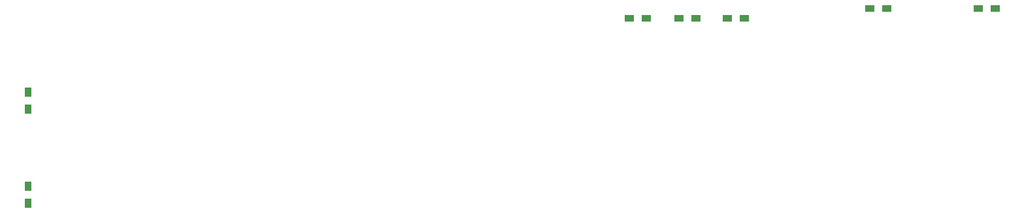
<source format=gbp>
G04 #@! TF.FileFunction,Paste,Bot*
%FSLAX46Y46*%
G04 Gerber Fmt 4.6, Leading zero omitted, Abs format (unit mm)*
G04 Created by KiCad (PCBNEW 4.0.7) date 01/07/18 14:46:33*
%MOMM*%
%LPD*%
G01*
G04 APERTURE LIST*
%ADD10C,0.100000*%
%ADD11R,0.900000X1.200000*%
%ADD12R,1.200000X0.900000*%
G04 APERTURE END LIST*
D10*
D11*
X55626000Y-45890000D03*
X55626000Y-48090000D03*
X55626000Y-58082000D03*
X55626000Y-60282000D03*
D12*
X178757400Y-35052000D03*
X180957400Y-35052000D03*
X139997000Y-36322000D03*
X142197000Y-36322000D03*
X135720000Y-36322000D03*
X133520000Y-36322000D03*
X164736600Y-35052000D03*
X166936600Y-35052000D03*
X146220000Y-36322000D03*
X148420000Y-36322000D03*
M02*

</source>
